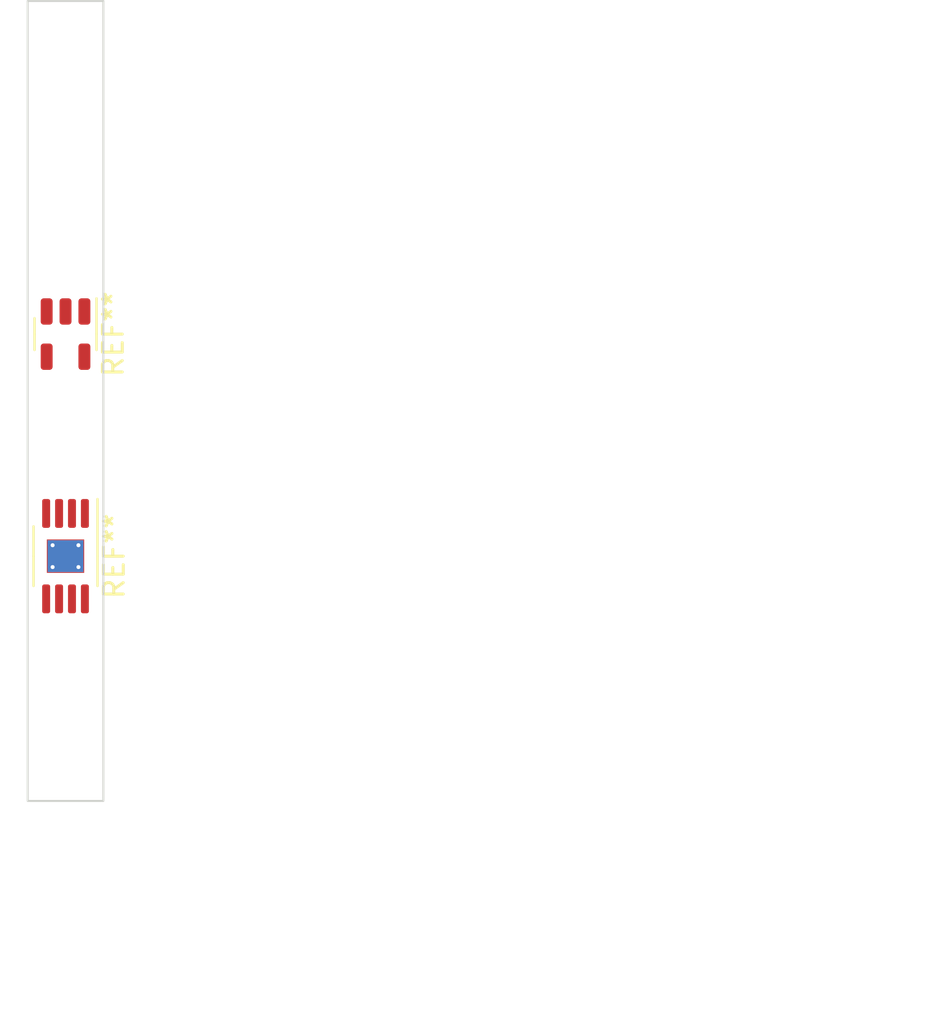
<source format=kicad_pcb>
(kicad_pcb (version 20211014) (generator pcbnew)
  (layers (0 "F.Cu" signal) (31 "B.Cu" signal) (34 "B.Paste" user) (35 "F.Paste" user) (36 "B.SilkS" user "B.Silkscreen") (37 "F.SilkS" user "F.Silkscreen") (38 "B.Mask" user) (39 "F.Mask" user) (44 "Edge.Cuts" user))
  (net 0 "")
  (footprint "Package_SO:MSOP-8-1EP_3x3mm_P0.65mm_EP1.68x1.88mm_ThermalVias" (layer "F.Cu") (at 1.905 27.94 -90)
    (fp_text reference "REF**" (at 0 -2.45 90) (layer "F.SilkS"))
    (fp_text value "MSOP-8-1EP_3x3mm_P0.65mm_EP1.68x1.88mm_ThermalVias")
    (fp_line (start 0 1.61) (end 1.5 1.61) (layer "F.SilkS") (width 0.12))
    (fp_line (start 0 -1.61) (end -2.875 -1.61) (layer "F.SilkS") (width 0.12))
    (fp_line (start 0 1.61) (end -1.5 1.61) (layer "F.SilkS") (width 0.12))
    (fp_line (start 0 -1.61) (end 1.5 -1.61) (layer "F.SilkS") (width 0.12))
    (pad "1" smd roundrect (at -2.15 -0.975 270) (size 1.45 0.4) (layers "F.Cu" "F.Paste" "F.Mask"))
    (pad "2" smd roundrect (at -2.15 -0.325 270) (size 1.45 0.4) (layers "F.Cu" "F.Paste" "F.Mask"))
    (pad "3" smd roundrect (at -2.15 0.325 270) (size 1.45 0.4) (layers "F.Cu" "F.Paste" "F.Mask"))
    (pad "4" smd roundrect (at -2.15 0.975 270) (size 1.45 0.4) (layers "F.Cu" "F.Paste" "F.Mask"))
    (pad "5" smd roundrect (at 2.15 0.975 270) (size 1.45 0.4) (layers "F.Cu" "F.Paste" "F.Mask"))
    (pad "6" smd roundrect (at 2.15 0.325 270) (size 1.45 0.4) (layers "F.Cu" "F.Paste" "F.Mask"))
    (pad "7" smd roundrect (at 2.15 -0.325 270) (size 1.45 0.4) (layers "F.Cu" "F.Paste" "F.Mask"))
    (pad "8" smd roundrect (at 2.15 -0.975 270) (size 1.45 0.4) (layers "F.Cu" "F.Paste" "F.Mask"))
    (pad "9" smd rect (at 0 0 270) (size 1.6 1.8) (layers "B.Cu"))
    (pad "9" thru_hole circle (at 0.55 0.65 270) (size 0.5 0.5) (drill 0.2) (layers *.Cu))
    (pad "9" thru_hole circle (at 0.55 -0.65 270) (size 0.5 0.5) (drill 0.2) (layers *.Cu))
    (pad "9" smd rect (at 0 0 270) (size 1.68 1.88) (layers "F.Cu" "F.Mask"))
    (pad "9" thru_hole circle (at -0.55 -0.65 270) (size 0.5 0.5) (drill 0.2) (layers *.Cu))
    (pad "9" thru_hole circle (at -0.55 0.65 270) (size 0.5 0.5) (drill 0.2) (layers *.Cu))
  )
  (footprint "Package_TO_SOT_SMD:SOT-23-5" (layer "F.Cu") (at 1.905 16.764 -90)
    (fp_text reference "REF**" (at 0 -2.4 90) (layer "F.SilkS"))
    (fp_text value "SOT-23-5")
    (fp_line (start 0 1.56) (end -0.8 1.56) (layer "F.SilkS") (width 0.12))
    (fp_line (start 0 -1.56) (end -1.8 -1.56) (layer "F.SilkS") (width 0.12))
    (fp_line (start 0 -1.56) (end 0.8 -1.56) (layer "F.SilkS") (width 0.12))
    (fp_line (start 0 1.56) (end 0.8 1.56) (layer "F.SilkS") (width 0.12))
    (pad "1" smd roundrect (at -1.1375 -0.95 270) (size 1.325 0.6) (layers "F.Cu" "F.Paste" "F.Mask"))
    (pad "2" smd roundrect (at -1.1375 0 270) (size 1.325 0.6) (layers "F.Cu" "F.Paste" "F.Mask"))
    (pad "3" smd roundrect (at -1.1375 0.95 270) (size 1.325 0.6) (layers "F.Cu" "F.Paste" "F.Mask"))
    (pad "4" smd roundrect (at 1.1375 0.95 270) (size 1.325 0.6) (layers "F.Cu" "F.Paste" "F.Mask"))
    (pad "5" smd roundrect (at 1.1375 -0.95 270) (size 1.325 0.6) (layers "F.Cu" "F.Paste" "F.Mask"))
  )
  (gr_rect (start 0 0) (end 3.81 40.259) (layer "Edge.Cuts") (width 0.1) (fill none))
)
</source>
